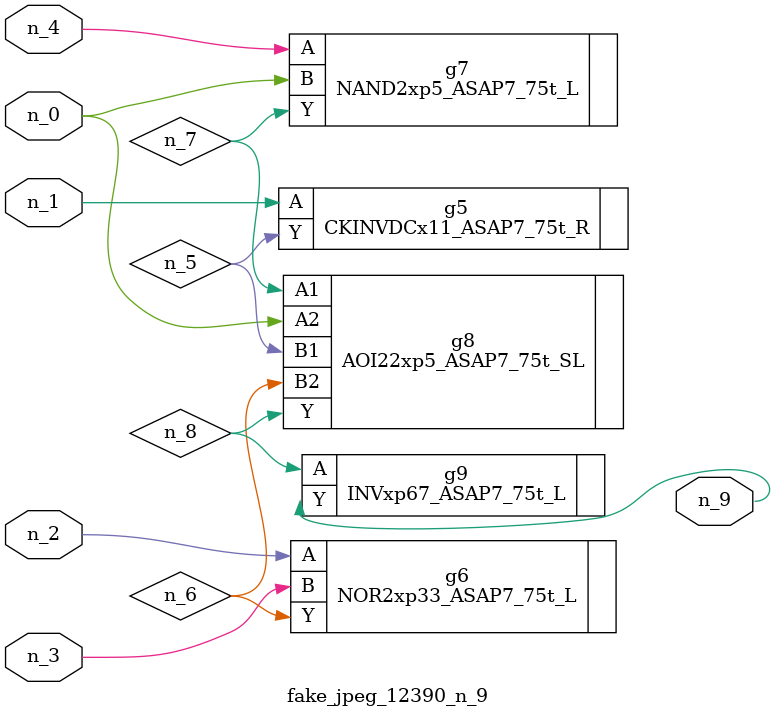
<source format=v>
module fake_jpeg_12390_n_9 (n_3, n_2, n_1, n_0, n_4, n_9);

input n_3;
input n_2;
input n_1;
input n_0;
input n_4;

output n_9;

wire n_8;
wire n_6;
wire n_5;
wire n_7;

CKINVDCx11_ASAP7_75t_R g5 ( 
.A(n_1),
.Y(n_5)
);

NOR2xp33_ASAP7_75t_L g6 ( 
.A(n_2),
.B(n_3),
.Y(n_6)
);

NAND2xp5_ASAP7_75t_L g7 ( 
.A(n_4),
.B(n_0),
.Y(n_7)
);

AOI22xp5_ASAP7_75t_SL g8 ( 
.A1(n_7),
.A2(n_0),
.B1(n_5),
.B2(n_6),
.Y(n_8)
);

INVxp67_ASAP7_75t_L g9 ( 
.A(n_8),
.Y(n_9)
);


endmodule
</source>
